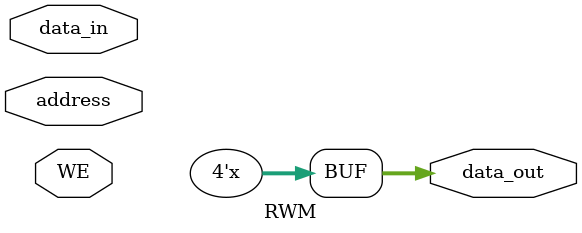
<source format=sv>
module RWM (
    output reg [3:0] data_out,
    input wire [1:0] address,
    input wire WE,
    input wire [3:0] data_in
);

reg [3:0] RW [0:3];

always @ (address or WE or data_in)
    if (WE)
        RW[address] = data_in;
    else
        data_out = RW[address];

endmodule

</source>
